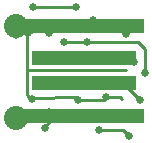
<source format=gbl>
G04 #@! TF.FileFunction,Copper,L2,Bot,Signal*
%FSLAX46Y46*%
G04 Gerber Fmt 4.6, Leading zero omitted, Abs format (unit mm)*
G04 Created by KiCad (PCBNEW 4.0.3+e1-6302~38~ubuntu14.04.1-stable) date Wed Aug 31 00:15:06 2016*
%MOMM*%
%LPD*%
G01*
G04 APERTURE LIST*
%ADD10C,0.150000*%
%ADD11R,8.890000X1.270000*%
%ADD12R,10.160000X1.270000*%
%ADD13C,2.032000*%
%ADD14C,0.635000*%
%ADD15C,0.228600*%
G04 APERTURE END LIST*
D10*
D11*
X53340000Y-30784800D03*
X53340000Y-32956500D03*
D12*
X53340000Y-28067000D03*
X53340000Y-35687000D03*
D13*
X47574200Y-35864800D03*
X47574200Y-28067000D03*
D14*
X53644800Y-29464000D03*
X58521600Y-32054800D03*
X51689000Y-29464000D03*
X50063400Y-36753800D03*
X50419000Y-35331400D03*
X57607200Y-31140400D03*
X58064400Y-34391600D03*
X48971200Y-34264600D03*
X50419000Y-28651200D03*
X55219600Y-34137600D03*
X48641000Y-28702000D03*
X52882800Y-34340800D03*
X54152800Y-27584400D03*
X56896000Y-28803600D03*
X57150000Y-37388800D03*
X54610000Y-36880800D03*
X52679600Y-26466800D03*
X49085500Y-26479500D03*
D15*
X58318400Y-31851600D02*
X58521600Y-32054800D01*
X53644800Y-29464000D02*
X57912000Y-29464000D01*
X57912000Y-29464000D02*
X58521600Y-30073600D01*
X58521600Y-30073600D02*
X58521600Y-32054800D01*
X53644800Y-29464000D02*
X51689000Y-29464000D01*
X47574200Y-35864800D02*
X47752000Y-35687000D01*
X47752000Y-35687000D02*
X53340000Y-35687000D01*
X50101500Y-36576000D02*
X50063400Y-36614100D01*
X50063400Y-36614100D02*
X50063400Y-36753800D01*
X50419000Y-35331400D02*
X52984400Y-35331400D01*
X52984400Y-35331400D02*
X53340000Y-35687000D01*
X50977800Y-35687000D02*
X53340000Y-35687000D01*
X53314600Y-35712400D02*
X53340000Y-35687000D01*
X50101500Y-36576000D02*
X50990500Y-35687000D01*
X50990500Y-35687000D02*
X53340000Y-35687000D01*
X57607200Y-31140400D02*
X57251600Y-30784800D01*
X57251600Y-30784800D02*
X53340000Y-30784800D01*
X56654700Y-30784800D02*
X53340000Y-30784800D01*
X58064400Y-34391600D02*
X56629300Y-32956500D01*
X56629300Y-32956500D02*
X53340000Y-32956500D01*
X56769000Y-32956500D02*
X53340000Y-32956500D01*
X57594500Y-32956500D02*
X53340000Y-32956500D01*
X56515000Y-32956500D02*
X53340000Y-32956500D01*
X48539400Y-31826200D02*
X48615600Y-31826200D01*
X48615600Y-31826200D02*
X48641000Y-31851600D01*
X48641000Y-31851600D02*
X56946800Y-31851600D01*
X48971200Y-34264600D02*
X48945295Y-34238695D01*
X48945295Y-34238695D02*
X48945295Y-34162007D01*
X53340000Y-28067000D02*
X49276000Y-28067000D01*
X49276000Y-28067000D02*
X48539400Y-28803600D01*
X48539400Y-28803600D02*
X48539400Y-31826200D01*
X48539400Y-31826200D02*
X48539400Y-33909000D01*
X48539400Y-33909000D02*
X48793400Y-34163000D01*
X50419000Y-28651200D02*
X51003200Y-28067000D01*
X51003200Y-28067000D02*
X53340000Y-28067000D01*
X55219600Y-34137600D02*
X56413400Y-34137600D01*
X56413400Y-34137600D02*
X56540400Y-34264600D01*
X52882800Y-34340800D02*
X55016400Y-34340800D01*
X55016400Y-34340800D02*
X55219600Y-34137600D01*
X48641000Y-28702000D02*
X50266600Y-28067000D01*
X50266600Y-28067000D02*
X53340000Y-28067000D01*
X52679600Y-34137600D02*
X52882800Y-34340800D01*
X48793400Y-34163000D02*
X48945295Y-34162007D01*
X48945295Y-34162007D02*
X52679600Y-34137600D01*
X50012600Y-28067000D02*
X53340000Y-28067000D01*
X47599600Y-29006800D02*
X46837600Y-28244800D01*
X46837600Y-28244800D02*
X53162200Y-28244800D01*
X53162200Y-28244800D02*
X53340000Y-28067000D01*
X54152800Y-27584400D02*
X53670200Y-28067000D01*
X53670200Y-28067000D02*
X53340000Y-28067000D01*
X56896000Y-28803600D02*
X56159400Y-28067000D01*
X56159400Y-28067000D02*
X53340000Y-28067000D01*
X49911000Y-28067000D02*
X53340000Y-28067000D01*
X50482500Y-28194000D02*
X50609500Y-28067000D01*
X50609500Y-28067000D02*
X53340000Y-28067000D01*
X52959000Y-28067000D02*
X52070000Y-28067000D01*
X57150000Y-37388800D02*
X56642000Y-36880800D01*
X56642000Y-36880800D02*
X54610000Y-36880800D01*
X49174400Y-26466800D02*
X49479200Y-26466800D01*
X52679600Y-26466800D02*
X49479200Y-26466800D01*
X49174400Y-26466800D02*
X49123600Y-26466800D01*
M02*

</source>
